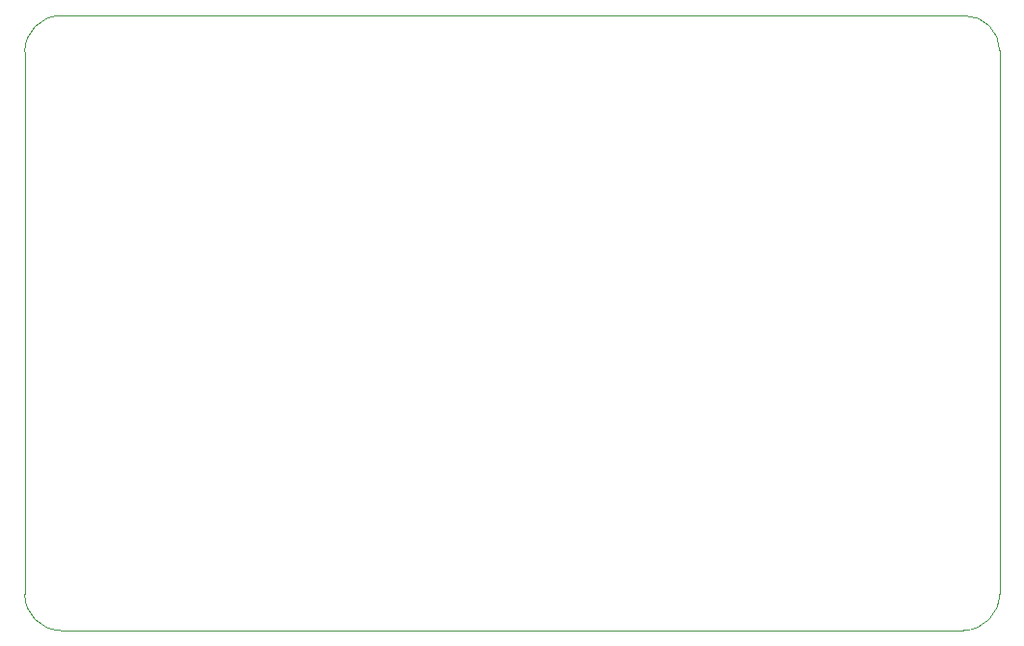
<source format=gbr>
G04 #@! TF.GenerationSoftware,KiCad,Pcbnew,(5.1.9)-1*
G04 #@! TF.CreationDate,2021-06-01T18:20:28+09:00*
G04 #@! TF.ProjectId,ramn,72616d6e-2e6b-4696-9361-645f70636258,rev?*
G04 #@! TF.SameCoordinates,Original*
G04 #@! TF.FileFunction,Profile,NP*
%FSLAX46Y46*%
G04 Gerber Fmt 4.6, Leading zero omitted, Abs format (unit mm)*
G04 Created by KiCad (PCBNEW (5.1.9)-1) date 2021-06-01 18:20:28*
%MOMM*%
%LPD*%
G01*
G04 APERTURE LIST*
G04 #@! TA.AperFunction,Profile*
%ADD10C,0.050000*%
G04 #@! TD*
G04 APERTURE END LIST*
D10*
X123190000Y-43180000D02*
G75*
G02*
X126240000Y-46230000I0J-3050000D01*
G01*
X43815000Y-97155000D02*
G75*
G02*
X40640000Y-93980000I0J3175000D01*
G01*
X40640000Y-46355000D02*
G75*
G02*
X43815000Y-43180000I3175000J0D01*
G01*
X126240000Y-93980000D02*
G75*
G02*
X123065000Y-97155000I-3175000J0D01*
G01*
X126240000Y-46230000D02*
X126240000Y-93980000D01*
X40640000Y-46355000D02*
X40640000Y-93980000D01*
X43815000Y-97155000D02*
X123065000Y-97155000D01*
X43815000Y-43180000D02*
X123190000Y-43180000D01*
M02*

</source>
